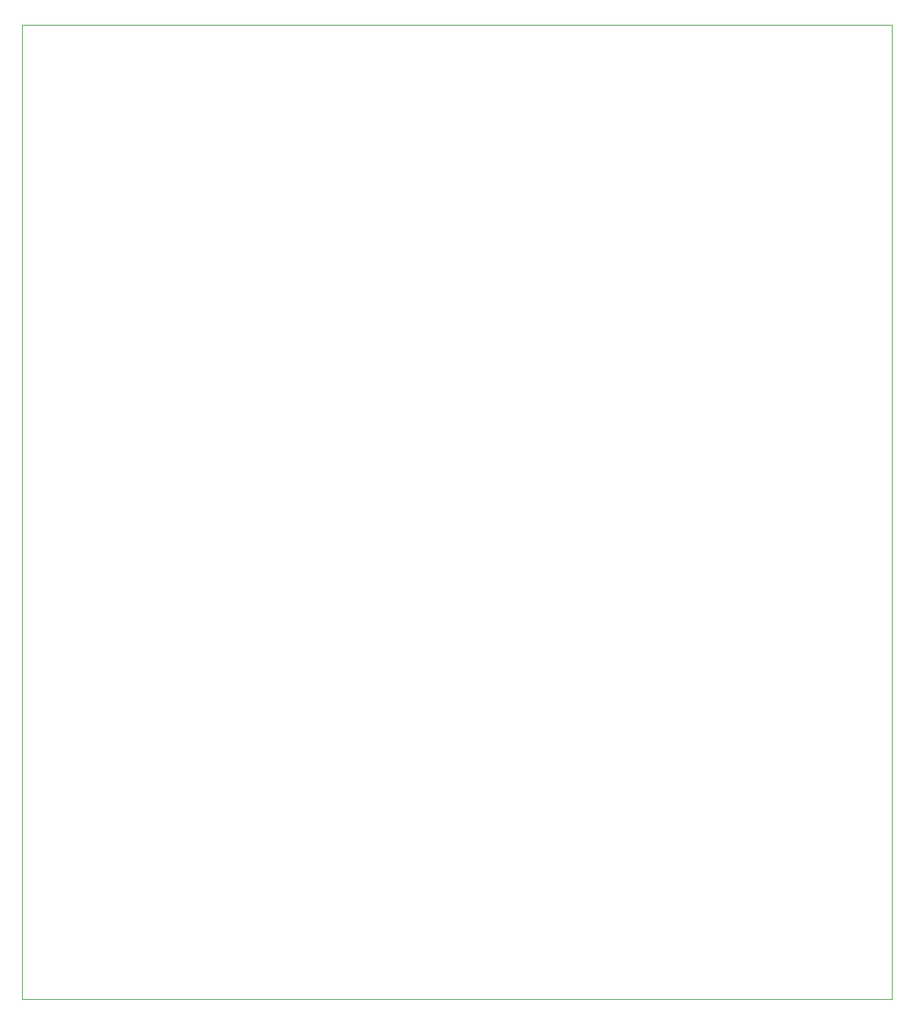
<source format=gbr>
%TF.GenerationSoftware,KiCad,Pcbnew,(6.0.5)*%
%TF.CreationDate,2024-11-07T13:37:00-06:00*%
%TF.ProjectId,FinalPCBBoard1,46696e61-6c50-4434-9242-6f617264312e,rev?*%
%TF.SameCoordinates,Original*%
%TF.FileFunction,Profile,NP*%
%FSLAX46Y46*%
G04 Gerber Fmt 4.6, Leading zero omitted, Abs format (unit mm)*
G04 Created by KiCad (PCBNEW (6.0.5)) date 2024-11-07 13:37:00*
%MOMM*%
%LPD*%
G01*
G04 APERTURE LIST*
%TA.AperFunction,Profile*%
%ADD10C,0.100000*%
%TD*%
G04 APERTURE END LIST*
D10*
X58420000Y-35560000D02*
X165100000Y-35560000D01*
X165100000Y-35560000D02*
X165100000Y-154940000D01*
X165100000Y-154940000D02*
X58420000Y-154940000D01*
X58420000Y-154940000D02*
X58420000Y-35560000D01*
M02*

</source>
